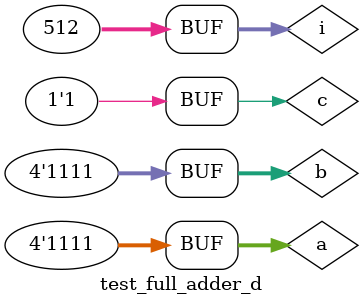
<source format=v>
module test_full_adder_d;
wire cout;
wire [3:0]s;
reg c;
integer i;
reg [3:0]a,b;
full_adder_d inst(a,b,c,s,cout);
initial begin
for(i=0;i<512;i=i+1)
begin
{c,a,b}=i;
#20;
end
end
endmodule


</source>
